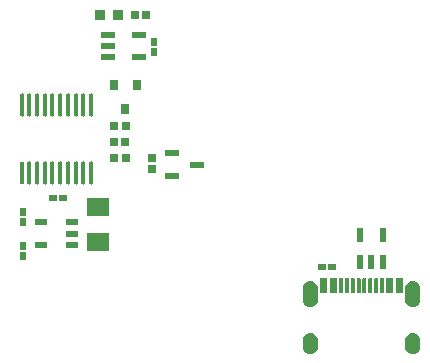
<source format=gtp>
G04*
G04 #@! TF.GenerationSoftware,Altium Limited,Altium Designer,21.9.1 (22)*
G04*
G04 Layer_Color=8421504*
%FSLAX25Y25*%
%MOIN*%
G70*
G04*
G04 #@! TF.SameCoordinates,E1323236-0D64-4C8B-8FC9-1981637C6FB2*
G04*
G04*
G04 #@! TF.FilePolarity,Positive*
G04*
G01*
G75*
%ADD15R,0.02441X0.02598*%
%ADD16R,0.01657X0.07698*%
G04:AMPARAMS|DCode=17|XSize=76.98mil|YSize=16.57mil|CornerRadius=8.28mil|HoleSize=0mil|Usage=FLASHONLY|Rotation=90.000|XOffset=0mil|YOffset=0mil|HoleType=Round|Shape=RoundedRectangle|*
%AMROUNDEDRECTD17*
21,1,0.07698,0.00000,0,0,90.0*
21,1,0.06041,0.01657,0,0,90.0*
1,1,0.01657,0.00000,0.03021*
1,1,0.01657,0.00000,-0.03021*
1,1,0.01657,0.00000,-0.03021*
1,1,0.01657,0.00000,0.03021*
%
%ADD17ROUNDEDRECTD17*%
%ADD18R,0.03937X0.02362*%
%ADD19R,0.05118X0.02362*%
%ADD20R,0.02559X0.02756*%
%ADD21R,0.02756X0.02559*%
%ADD22R,0.01181X0.05118*%
%ADD23R,0.02362X0.05118*%
%ADD24R,0.03543X0.03740*%
%ADD25R,0.02362X0.04724*%
%ADD26R,0.02598X0.02441*%
%ADD27R,0.03150X0.03543*%
%ADD28R,0.04724X0.02165*%
%ADD29R,0.07480X0.06102*%
G36*
X364292Y-352910D02*
X363111D01*
Y-347792D01*
X364292D01*
Y-352910D01*
D02*
G37*
G36*
X362323D02*
X361142D01*
Y-347792D01*
X362323D01*
Y-352910D01*
D02*
G37*
G36*
X360355D02*
X359174D01*
Y-347792D01*
X360355D01*
Y-352910D01*
D02*
G37*
G36*
X358386D02*
X357205D01*
Y-347792D01*
X358386D01*
Y-352910D01*
D02*
G37*
G36*
X356417D02*
X354055D01*
Y-347792D01*
X356417D01*
Y-352910D01*
D02*
G37*
G36*
X353268D02*
X350906D01*
Y-347792D01*
X353268D01*
Y-352910D01*
D02*
G37*
G36*
X349011Y-349316D02*
X349675Y-349975D01*
X350037Y-350838D01*
X350040Y-351306D01*
X350040Y-351306D01*
X350040Y-355243D01*
X350037Y-355711D01*
X349675Y-356574D01*
X349011Y-357233D01*
X348146Y-357590D01*
X347210D01*
X346345Y-357233D01*
X345681Y-356574D01*
X345319Y-355711D01*
X345316Y-355243D01*
Y-351306D01*
X345319Y-350838D01*
X345681Y-349975D01*
X346345Y-349316D01*
X347210Y-348959D01*
X348146D01*
X349011Y-349316D01*
D02*
G37*
G36*
Y-366561D02*
X349675Y-367220D01*
X350037Y-368083D01*
X350040Y-368551D01*
X350040Y-368551D01*
X350040Y-370913D01*
X350037Y-371380D01*
X349675Y-372243D01*
X349011Y-372903D01*
X348146Y-373259D01*
X347210D01*
X346345Y-372903D01*
X345681Y-372243D01*
X345319Y-371380D01*
X345316Y-370913D01*
Y-368551D01*
X345319Y-368083D01*
X345681Y-367220D01*
X346345Y-366561D01*
X347210Y-366204D01*
X348146D01*
X349011Y-366561D01*
D02*
G37*
G36*
X378464Y-352910D02*
X376102D01*
Y-347792D01*
X378464D01*
Y-352910D01*
D02*
G37*
G36*
X375315D02*
X372953D01*
Y-347792D01*
X375315D01*
Y-352910D01*
D02*
G37*
G36*
X372166D02*
X370985D01*
Y-347792D01*
X372166D01*
Y-352910D01*
D02*
G37*
G36*
X370197D02*
X369016D01*
Y-347792D01*
X370197D01*
Y-352910D01*
D02*
G37*
G36*
X368229D02*
X367048D01*
Y-347792D01*
X368229D01*
Y-352910D01*
D02*
G37*
G36*
X366260D02*
X365079D01*
Y-347792D01*
X366260D01*
Y-352910D01*
D02*
G37*
G36*
X383032Y-349303D02*
X383696Y-349968D01*
X384056Y-350836D01*
Y-351306D01*
Y-355243D01*
Y-355713D01*
X383696Y-356581D01*
X383032Y-357246D01*
X382164Y-357605D01*
X381224D01*
X380356Y-357246D01*
X379691Y-356581D01*
X379331Y-355713D01*
Y-355243D01*
Y-351306D01*
Y-350836D01*
X379691Y-349968D01*
X380356Y-349303D01*
X381224Y-348944D01*
X382164D01*
X383032Y-349303D01*
D02*
G37*
G36*
Y-366548D02*
X383696Y-367213D01*
X384056Y-368081D01*
Y-368551D01*
Y-370913D01*
Y-371382D01*
X383696Y-372251D01*
X383032Y-372915D01*
X382164Y-373275D01*
X381224D01*
X380356Y-372915D01*
X379691Y-372251D01*
X379331Y-371382D01*
Y-370913D01*
Y-368551D01*
Y-368081D01*
X379691Y-367213D01*
X380356Y-366548D01*
X381224Y-366188D01*
X382164D01*
X383032Y-366548D01*
D02*
G37*
D15*
X295610Y-272519D02*
D03*
Y-269055D02*
D03*
X251961Y-337035D02*
D03*
Y-340500D02*
D03*
Y-329232D02*
D03*
Y-325768D02*
D03*
D16*
X251445Y-312821D02*
D03*
D17*
X254004D02*
D03*
X256563D02*
D03*
X259122D02*
D03*
X261681D02*
D03*
X264240D02*
D03*
X266799D02*
D03*
X269358D02*
D03*
X271917D02*
D03*
X274476D02*
D03*
Y-290179D02*
D03*
X271917D02*
D03*
X269358D02*
D03*
X266799D02*
D03*
X264240D02*
D03*
X261681D02*
D03*
X259122D02*
D03*
X256563D02*
D03*
X254004D02*
D03*
X251445D02*
D03*
D18*
X257842Y-336739D02*
D03*
X257842Y-329259D02*
D03*
X268079Y-329260D02*
D03*
X268078Y-333000D02*
D03*
X268078Y-336740D02*
D03*
D19*
X301524Y-306260D02*
D03*
Y-313740D02*
D03*
X309791Y-310000D02*
D03*
D20*
X294882Y-311411D02*
D03*
Y-307671D02*
D03*
D21*
X285961Y-302500D02*
D03*
X282221D02*
D03*
X286049Y-307724D02*
D03*
X282309D02*
D03*
X286049Y-297224D02*
D03*
X282309D02*
D03*
X289130Y-260000D02*
D03*
X292870D02*
D03*
D22*
X371575Y-350351D02*
D03*
X369606D02*
D03*
X367638D02*
D03*
X365669D02*
D03*
X363701D02*
D03*
X361732D02*
D03*
X359764D02*
D03*
X357795D02*
D03*
D23*
X374134D02*
D03*
X377283D02*
D03*
X355236D02*
D03*
X352086D02*
D03*
D24*
X277547Y-260000D02*
D03*
X283453D02*
D03*
D25*
X364220Y-342528D02*
D03*
X367961D02*
D03*
X371701D02*
D03*
Y-333472D02*
D03*
X364220D02*
D03*
D26*
X355000Y-344000D02*
D03*
X351535D02*
D03*
X261728Y-321000D02*
D03*
X265193D02*
D03*
D27*
X289701Y-283626D02*
D03*
X282221D02*
D03*
X285961Y-291500D02*
D03*
D28*
X290428Y-266664D02*
D03*
Y-274144D02*
D03*
X280190D02*
D03*
Y-270404D02*
D03*
Y-266664D02*
D03*
D29*
X276685Y-324175D02*
D03*
Y-335789D02*
D03*
M02*

</source>
